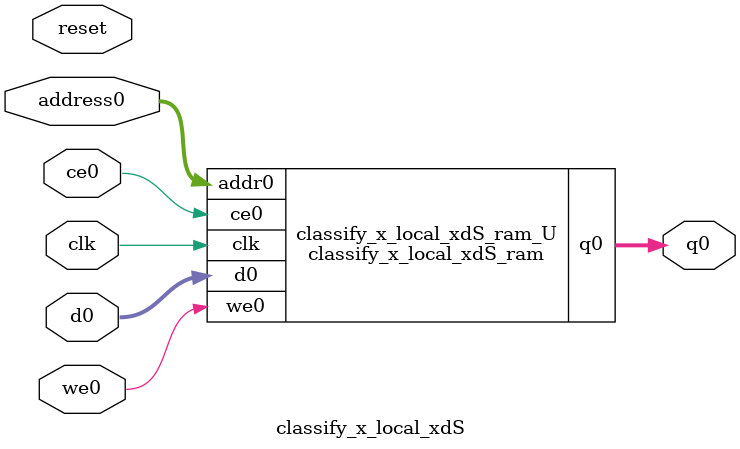
<source format=v>

`timescale 1 ns / 1 ps
module classify_x_local_xdS_ram (addr0, ce0, d0, we0, q0,  clk);

parameter DWIDTH = 8;
parameter AWIDTH = 6;
parameter MEM_SIZE = 49;

input[AWIDTH-1:0] addr0;
input ce0;
input[DWIDTH-1:0] d0;
input we0;
output reg[DWIDTH-1:0] q0;
input clk;

(* ram_style = "distributed" *)reg [DWIDTH-1:0] ram[0:MEM_SIZE-1];




always @(posedge clk)  
begin 
    if (ce0) 
    begin
        if (we0) 
        begin 
            ram[addr0] <= d0; 
            q0 <= d0;
        end 
        else 
            q0 <= ram[addr0];
    end
end


endmodule


`timescale 1 ns / 1 ps
module classify_x_local_xdS(
    reset,
    clk,
    address0,
    ce0,
    we0,
    d0,
    q0);

parameter DataWidth = 32'd8;
parameter AddressRange = 32'd49;
parameter AddressWidth = 32'd6;
input reset;
input clk;
input[AddressWidth - 1:0] address0;
input ce0;
input we0;
input[DataWidth - 1:0] d0;
output[DataWidth - 1:0] q0;



classify_x_local_xdS_ram classify_x_local_xdS_ram_U(
    .clk( clk ),
    .addr0( address0 ),
    .ce0( ce0 ),
    .we0( we0 ),
    .d0( d0 ),
    .q0( q0 ));

endmodule


</source>
